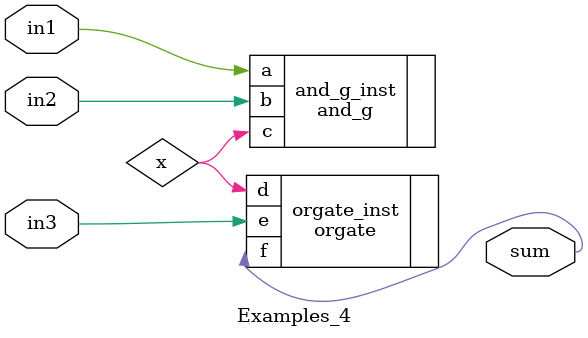
<source format=v>
`timescale 1ns / 1ps

module Examples_4(
 
  input wire in1, in2, in3,
  output wire sum
    );
    
and_g and_g_inst(
   .a(in1),
   .b(in2),
   .c(x)
);

orgate orgate_inst(
   .d(x),
   .e(in3),
   .f(sum)
);

 Xor_g Xor_g_inst(
    .g(),
    .h(),
    .k()
);


    
endmodule

</source>
